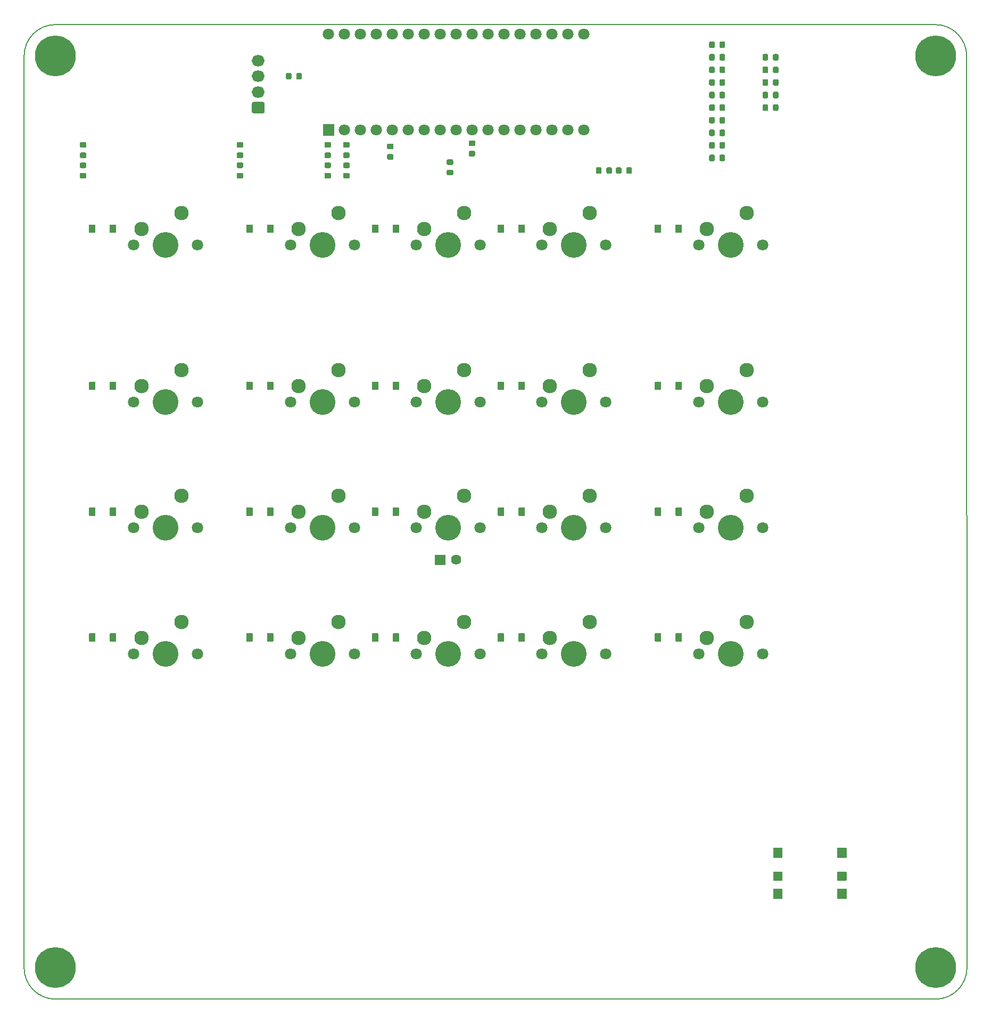
<source format=gbr>
%TF.GenerationSoftware,KiCad,Pcbnew,(5.1.9)-1*%
%TF.CreationDate,2021-06-11T11:51:17+02:00*%
%TF.ProjectId,08_Main_Gauche,30385f4d-6169-46e5-9f47-61756368652e,rev?*%
%TF.SameCoordinates,Original*%
%TF.FileFunction,Soldermask,Top*%
%TF.FilePolarity,Negative*%
%FSLAX46Y46*%
G04 Gerber Fmt 4.6, Leading zero omitted, Abs format (unit mm)*
G04 Created by KiCad (PCBNEW (5.1.9)-1) date 2021-06-11 11:51:17*
%MOMM*%
%LPD*%
G01*
G04 APERTURE LIST*
%TA.AperFunction,Profile*%
%ADD10C,0.150000*%
%TD*%
%ADD11C,2.300000*%
%ADD12C,4.100000*%
%ADD13C,1.800000*%
%ADD14C,0.900000*%
%ADD15C,6.500000*%
%ADD16C,1.624000*%
%ADD17O,2.050000X1.800000*%
G04 APERTURE END LIST*
D10*
X165000000Y-25000000D02*
G75*
G02*
X170000000Y-30000000I0J-5000000D01*
G01*
X170050000Y-174950000D02*
G75*
G02*
X165050000Y-179950000I-5000000J0D01*
G01*
X25050000Y-179950000D02*
G75*
G02*
X20050000Y-174950000I0J5000000D01*
G01*
X20050000Y-30000000D02*
G75*
G02*
X25050000Y-25000000I5000000J0D01*
G01*
X20050000Y-174950000D02*
X20050000Y-30000000D01*
X165050000Y-179950000D02*
X25050000Y-179950000D01*
X170000000Y-30000000D02*
X170050000Y-174950000D01*
X25050000Y-25000000D02*
X165000000Y-25000000D01*
%TO.C,R8*%
G36*
G01*
X87500000Y-48075000D02*
X88100000Y-48075000D01*
G75*
G02*
X88325000Y-48300000I0J-225000D01*
G01*
X88325000Y-48750000D01*
G75*
G02*
X88100000Y-48975000I-225000J0D01*
G01*
X87500000Y-48975000D01*
G75*
G02*
X87275000Y-48750000I0J225000D01*
G01*
X87275000Y-48300000D01*
G75*
G02*
X87500000Y-48075000I225000J0D01*
G01*
G37*
G36*
G01*
X87500000Y-46425000D02*
X88100000Y-46425000D01*
G75*
G02*
X88325000Y-46650000I0J-225000D01*
G01*
X88325000Y-47100000D01*
G75*
G02*
X88100000Y-47325000I-225000J0D01*
G01*
X87500000Y-47325000D01*
G75*
G02*
X87275000Y-47100000I0J225000D01*
G01*
X87275000Y-46650000D01*
G75*
G02*
X87500000Y-46425000I225000J0D01*
G01*
G37*
%TD*%
%TO.C,R27*%
G36*
G01*
X129025000Y-44500000D02*
X129025000Y-43900000D01*
G75*
G02*
X129250000Y-43675000I225000J0D01*
G01*
X129700000Y-43675000D01*
G75*
G02*
X129925000Y-43900000I0J-225000D01*
G01*
X129925000Y-44500000D01*
G75*
G02*
X129700000Y-44725000I-225000J0D01*
G01*
X129250000Y-44725000D01*
G75*
G02*
X129025000Y-44500000I0J225000D01*
G01*
G37*
G36*
G01*
X130675000Y-44500000D02*
X130675000Y-43900000D01*
G75*
G02*
X130900000Y-43675000I225000J0D01*
G01*
X131350000Y-43675000D01*
G75*
G02*
X131575000Y-43900000I0J-225000D01*
G01*
X131575000Y-44500000D01*
G75*
G02*
X131350000Y-44725000I-225000J0D01*
G01*
X130900000Y-44725000D01*
G75*
G02*
X130675000Y-44500000I0J225000D01*
G01*
G37*
%TD*%
D11*
%TO.C,SW4*%
X45050000Y-119950000D03*
X38700000Y-122490000D03*
D12*
X42510000Y-125030000D03*
D13*
X37430000Y-125030000D03*
X47590000Y-125030000D03*
%TD*%
D14*
%TO.C,H2*%
X166747056Y-173252944D03*
X165050000Y-172550000D03*
X163352944Y-173252944D03*
X162650000Y-174950000D03*
X163352944Y-176647056D03*
X165050000Y-177350000D03*
X166747056Y-176647056D03*
X167450000Y-174950000D03*
D15*
X165050000Y-174950000D03*
%TD*%
D14*
%TO.C,H1*%
X26697056Y-28302944D03*
X25000000Y-27600000D03*
X23302944Y-28302944D03*
X22600000Y-30000000D03*
X23302944Y-31697056D03*
X25000000Y-32400000D03*
X26697056Y-31697056D03*
X27400000Y-30000000D03*
D15*
X25000000Y-30000000D03*
%TD*%
D14*
%TO.C,H3*%
X166747056Y-28302944D03*
X165050000Y-27600000D03*
X163352944Y-28302944D03*
X162650000Y-30000000D03*
X163352944Y-31697056D03*
X165050000Y-32400000D03*
X166747056Y-31697056D03*
X167450000Y-30000000D03*
D15*
X165050000Y-30000000D03*
%TD*%
D14*
%TO.C,H4*%
X26747056Y-173252944D03*
X25050000Y-172550000D03*
X23352944Y-173252944D03*
X22650000Y-174950000D03*
X23352944Y-176647056D03*
X25050000Y-177350000D03*
X26747056Y-176647056D03*
X27450000Y-174950000D03*
D15*
X25050000Y-174950000D03*
%TD*%
D13*
%TO.C,SW2*%
X47590000Y-85030000D03*
X37430000Y-85030000D03*
D12*
X42510000Y-85030000D03*
D11*
X38700000Y-82490000D03*
X45050000Y-79950000D03*
%TD*%
D13*
%TO.C,SW3*%
X47590000Y-105030000D03*
X37430000Y-105030000D03*
D12*
X42510000Y-105030000D03*
D11*
X38700000Y-102490000D03*
X45050000Y-99950000D03*
%TD*%
%TO.C,D4*%
G36*
G01*
X33700000Y-123050000D02*
X33700000Y-121850000D01*
G75*
G02*
X33750000Y-121800000I50000J0D01*
G01*
X34650000Y-121800000D01*
G75*
G02*
X34700000Y-121850000I0J-50000D01*
G01*
X34700000Y-123050000D01*
G75*
G02*
X34650000Y-123100000I-50000J0D01*
G01*
X33750000Y-123100000D01*
G75*
G02*
X33700000Y-123050000I0J50000D01*
G01*
G37*
G36*
G01*
X30400000Y-123050000D02*
X30400000Y-121850000D01*
G75*
G02*
X30450000Y-121800000I50000J0D01*
G01*
X31350000Y-121800000D01*
G75*
G02*
X31400000Y-121850000I0J-50000D01*
G01*
X31400000Y-123050000D01*
G75*
G02*
X31350000Y-123100000I-50000J0D01*
G01*
X30450000Y-123100000D01*
G75*
G02*
X30400000Y-123050000I0J50000D01*
G01*
G37*
%TD*%
%TO.C,D20*%
G36*
G01*
X123700000Y-123050000D02*
X123700000Y-121850000D01*
G75*
G02*
X123750000Y-121800000I50000J0D01*
G01*
X124650000Y-121800000D01*
G75*
G02*
X124700000Y-121850000I0J-50000D01*
G01*
X124700000Y-123050000D01*
G75*
G02*
X124650000Y-123100000I-50000J0D01*
G01*
X123750000Y-123100000D01*
G75*
G02*
X123700000Y-123050000I0J50000D01*
G01*
G37*
G36*
G01*
X120400000Y-123050000D02*
X120400000Y-121850000D01*
G75*
G02*
X120450000Y-121800000I50000J0D01*
G01*
X121350000Y-121800000D01*
G75*
G02*
X121400000Y-121850000I0J-50000D01*
G01*
X121400000Y-123050000D01*
G75*
G02*
X121350000Y-123100000I-50000J0D01*
G01*
X120450000Y-123100000D01*
G75*
G02*
X120400000Y-123050000I0J50000D01*
G01*
G37*
%TD*%
%TO.C,D8*%
G36*
G01*
X58700000Y-123050000D02*
X58700000Y-121850000D01*
G75*
G02*
X58750000Y-121800000I50000J0D01*
G01*
X59650000Y-121800000D01*
G75*
G02*
X59700000Y-121850000I0J-50000D01*
G01*
X59700000Y-123050000D01*
G75*
G02*
X59650000Y-123100000I-50000J0D01*
G01*
X58750000Y-123100000D01*
G75*
G02*
X58700000Y-123050000I0J50000D01*
G01*
G37*
G36*
G01*
X55400000Y-123050000D02*
X55400000Y-121850000D01*
G75*
G02*
X55450000Y-121800000I50000J0D01*
G01*
X56350000Y-121800000D01*
G75*
G02*
X56400000Y-121850000I0J-50000D01*
G01*
X56400000Y-123050000D01*
G75*
G02*
X56350000Y-123100000I-50000J0D01*
G01*
X55450000Y-123100000D01*
G75*
G02*
X55400000Y-123050000I0J50000D01*
G01*
G37*
%TD*%
%TO.C,D12*%
G36*
G01*
X78700000Y-123050000D02*
X78700000Y-121850000D01*
G75*
G02*
X78750000Y-121800000I50000J0D01*
G01*
X79650000Y-121800000D01*
G75*
G02*
X79700000Y-121850000I0J-50000D01*
G01*
X79700000Y-123050000D01*
G75*
G02*
X79650000Y-123100000I-50000J0D01*
G01*
X78750000Y-123100000D01*
G75*
G02*
X78700000Y-123050000I0J50000D01*
G01*
G37*
G36*
G01*
X75400000Y-123050000D02*
X75400000Y-121850000D01*
G75*
G02*
X75450000Y-121800000I50000J0D01*
G01*
X76350000Y-121800000D01*
G75*
G02*
X76400000Y-121850000I0J-50000D01*
G01*
X76400000Y-123050000D01*
G75*
G02*
X76350000Y-123100000I-50000J0D01*
G01*
X75450000Y-123100000D01*
G75*
G02*
X75400000Y-123050000I0J50000D01*
G01*
G37*
%TD*%
%TO.C,D16*%
G36*
G01*
X98700000Y-123050000D02*
X98700000Y-121850000D01*
G75*
G02*
X98750000Y-121800000I50000J0D01*
G01*
X99650000Y-121800000D01*
G75*
G02*
X99700000Y-121850000I0J-50000D01*
G01*
X99700000Y-123050000D01*
G75*
G02*
X99650000Y-123100000I-50000J0D01*
G01*
X98750000Y-123100000D01*
G75*
G02*
X98700000Y-123050000I0J50000D01*
G01*
G37*
G36*
G01*
X95400000Y-123050000D02*
X95400000Y-121850000D01*
G75*
G02*
X95450000Y-121800000I50000J0D01*
G01*
X96350000Y-121800000D01*
G75*
G02*
X96400000Y-121850000I0J-50000D01*
G01*
X96400000Y-123050000D01*
G75*
G02*
X96350000Y-123100000I-50000J0D01*
G01*
X95450000Y-123100000D01*
G75*
G02*
X95400000Y-123050000I0J50000D01*
G01*
G37*
%TD*%
%TO.C,D2*%
G36*
G01*
X33700000Y-83050000D02*
X33700000Y-81850000D01*
G75*
G02*
X33750000Y-81800000I50000J0D01*
G01*
X34650000Y-81800000D01*
G75*
G02*
X34700000Y-81850000I0J-50000D01*
G01*
X34700000Y-83050000D01*
G75*
G02*
X34650000Y-83100000I-50000J0D01*
G01*
X33750000Y-83100000D01*
G75*
G02*
X33700000Y-83050000I0J50000D01*
G01*
G37*
G36*
G01*
X30400000Y-83050000D02*
X30400000Y-81850000D01*
G75*
G02*
X30450000Y-81800000I50000J0D01*
G01*
X31350000Y-81800000D01*
G75*
G02*
X31400000Y-81850000I0J-50000D01*
G01*
X31400000Y-83050000D01*
G75*
G02*
X31350000Y-83100000I-50000J0D01*
G01*
X30450000Y-83100000D01*
G75*
G02*
X30400000Y-83050000I0J50000D01*
G01*
G37*
%TD*%
%TO.C,D18*%
G36*
G01*
X123700000Y-83050000D02*
X123700000Y-81850000D01*
G75*
G02*
X123750000Y-81800000I50000J0D01*
G01*
X124650000Y-81800000D01*
G75*
G02*
X124700000Y-81850000I0J-50000D01*
G01*
X124700000Y-83050000D01*
G75*
G02*
X124650000Y-83100000I-50000J0D01*
G01*
X123750000Y-83100000D01*
G75*
G02*
X123700000Y-83050000I0J50000D01*
G01*
G37*
G36*
G01*
X120400000Y-83050000D02*
X120400000Y-81850000D01*
G75*
G02*
X120450000Y-81800000I50000J0D01*
G01*
X121350000Y-81800000D01*
G75*
G02*
X121400000Y-81850000I0J-50000D01*
G01*
X121400000Y-83050000D01*
G75*
G02*
X121350000Y-83100000I-50000J0D01*
G01*
X120450000Y-83100000D01*
G75*
G02*
X120400000Y-83050000I0J50000D01*
G01*
G37*
%TD*%
%TO.C,D6*%
G36*
G01*
X58700000Y-83050000D02*
X58700000Y-81850000D01*
G75*
G02*
X58750000Y-81800000I50000J0D01*
G01*
X59650000Y-81800000D01*
G75*
G02*
X59700000Y-81850000I0J-50000D01*
G01*
X59700000Y-83050000D01*
G75*
G02*
X59650000Y-83100000I-50000J0D01*
G01*
X58750000Y-83100000D01*
G75*
G02*
X58700000Y-83050000I0J50000D01*
G01*
G37*
G36*
G01*
X55400000Y-83050000D02*
X55400000Y-81850000D01*
G75*
G02*
X55450000Y-81800000I50000J0D01*
G01*
X56350000Y-81800000D01*
G75*
G02*
X56400000Y-81850000I0J-50000D01*
G01*
X56400000Y-83050000D01*
G75*
G02*
X56350000Y-83100000I-50000J0D01*
G01*
X55450000Y-83100000D01*
G75*
G02*
X55400000Y-83050000I0J50000D01*
G01*
G37*
%TD*%
%TO.C,D10*%
G36*
G01*
X78700000Y-83050000D02*
X78700000Y-81850000D01*
G75*
G02*
X78750000Y-81800000I50000J0D01*
G01*
X79650000Y-81800000D01*
G75*
G02*
X79700000Y-81850000I0J-50000D01*
G01*
X79700000Y-83050000D01*
G75*
G02*
X79650000Y-83100000I-50000J0D01*
G01*
X78750000Y-83100000D01*
G75*
G02*
X78700000Y-83050000I0J50000D01*
G01*
G37*
G36*
G01*
X75400000Y-83050000D02*
X75400000Y-81850000D01*
G75*
G02*
X75450000Y-81800000I50000J0D01*
G01*
X76350000Y-81800000D01*
G75*
G02*
X76400000Y-81850000I0J-50000D01*
G01*
X76400000Y-83050000D01*
G75*
G02*
X76350000Y-83100000I-50000J0D01*
G01*
X75450000Y-83100000D01*
G75*
G02*
X75400000Y-83050000I0J50000D01*
G01*
G37*
%TD*%
%TO.C,D14*%
G36*
G01*
X98700000Y-83050000D02*
X98700000Y-81850000D01*
G75*
G02*
X98750000Y-81800000I50000J0D01*
G01*
X99650000Y-81800000D01*
G75*
G02*
X99700000Y-81850000I0J-50000D01*
G01*
X99700000Y-83050000D01*
G75*
G02*
X99650000Y-83100000I-50000J0D01*
G01*
X98750000Y-83100000D01*
G75*
G02*
X98700000Y-83050000I0J50000D01*
G01*
G37*
G36*
G01*
X95400000Y-83050000D02*
X95400000Y-81850000D01*
G75*
G02*
X95450000Y-81800000I50000J0D01*
G01*
X96350000Y-81800000D01*
G75*
G02*
X96400000Y-81850000I0J-50000D01*
G01*
X96400000Y-83050000D01*
G75*
G02*
X96350000Y-83100000I-50000J0D01*
G01*
X95450000Y-83100000D01*
G75*
G02*
X95400000Y-83050000I0J50000D01*
G01*
G37*
%TD*%
%TO.C,D3*%
G36*
G01*
X33700000Y-103050000D02*
X33700000Y-101850000D01*
G75*
G02*
X33750000Y-101800000I50000J0D01*
G01*
X34650000Y-101800000D01*
G75*
G02*
X34700000Y-101850000I0J-50000D01*
G01*
X34700000Y-103050000D01*
G75*
G02*
X34650000Y-103100000I-50000J0D01*
G01*
X33750000Y-103100000D01*
G75*
G02*
X33700000Y-103050000I0J50000D01*
G01*
G37*
G36*
G01*
X30400000Y-103050000D02*
X30400000Y-101850000D01*
G75*
G02*
X30450000Y-101800000I50000J0D01*
G01*
X31350000Y-101800000D01*
G75*
G02*
X31400000Y-101850000I0J-50000D01*
G01*
X31400000Y-103050000D01*
G75*
G02*
X31350000Y-103100000I-50000J0D01*
G01*
X30450000Y-103100000D01*
G75*
G02*
X30400000Y-103050000I0J50000D01*
G01*
G37*
%TD*%
%TO.C,D19*%
G36*
G01*
X123700000Y-103050000D02*
X123700000Y-101850000D01*
G75*
G02*
X123750000Y-101800000I50000J0D01*
G01*
X124650000Y-101800000D01*
G75*
G02*
X124700000Y-101850000I0J-50000D01*
G01*
X124700000Y-103050000D01*
G75*
G02*
X124650000Y-103100000I-50000J0D01*
G01*
X123750000Y-103100000D01*
G75*
G02*
X123700000Y-103050000I0J50000D01*
G01*
G37*
G36*
G01*
X120400000Y-103050000D02*
X120400000Y-101850000D01*
G75*
G02*
X120450000Y-101800000I50000J0D01*
G01*
X121350000Y-101800000D01*
G75*
G02*
X121400000Y-101850000I0J-50000D01*
G01*
X121400000Y-103050000D01*
G75*
G02*
X121350000Y-103100000I-50000J0D01*
G01*
X120450000Y-103100000D01*
G75*
G02*
X120400000Y-103050000I0J50000D01*
G01*
G37*
%TD*%
%TO.C,D7*%
G36*
G01*
X58700000Y-103050000D02*
X58700000Y-101850000D01*
G75*
G02*
X58750000Y-101800000I50000J0D01*
G01*
X59650000Y-101800000D01*
G75*
G02*
X59700000Y-101850000I0J-50000D01*
G01*
X59700000Y-103050000D01*
G75*
G02*
X59650000Y-103100000I-50000J0D01*
G01*
X58750000Y-103100000D01*
G75*
G02*
X58700000Y-103050000I0J50000D01*
G01*
G37*
G36*
G01*
X55400000Y-103050000D02*
X55400000Y-101850000D01*
G75*
G02*
X55450000Y-101800000I50000J0D01*
G01*
X56350000Y-101800000D01*
G75*
G02*
X56400000Y-101850000I0J-50000D01*
G01*
X56400000Y-103050000D01*
G75*
G02*
X56350000Y-103100000I-50000J0D01*
G01*
X55450000Y-103100000D01*
G75*
G02*
X55400000Y-103050000I0J50000D01*
G01*
G37*
%TD*%
%TO.C,D11*%
G36*
G01*
X78700000Y-103050000D02*
X78700000Y-101850000D01*
G75*
G02*
X78750000Y-101800000I50000J0D01*
G01*
X79650000Y-101800000D01*
G75*
G02*
X79700000Y-101850000I0J-50000D01*
G01*
X79700000Y-103050000D01*
G75*
G02*
X79650000Y-103100000I-50000J0D01*
G01*
X78750000Y-103100000D01*
G75*
G02*
X78700000Y-103050000I0J50000D01*
G01*
G37*
G36*
G01*
X75400000Y-103050000D02*
X75400000Y-101850000D01*
G75*
G02*
X75450000Y-101800000I50000J0D01*
G01*
X76350000Y-101800000D01*
G75*
G02*
X76400000Y-101850000I0J-50000D01*
G01*
X76400000Y-103050000D01*
G75*
G02*
X76350000Y-103100000I-50000J0D01*
G01*
X75450000Y-103100000D01*
G75*
G02*
X75400000Y-103050000I0J50000D01*
G01*
G37*
%TD*%
%TO.C,D15*%
G36*
G01*
X98700000Y-103050000D02*
X98700000Y-101850000D01*
G75*
G02*
X98750000Y-101800000I50000J0D01*
G01*
X99650000Y-101800000D01*
G75*
G02*
X99700000Y-101850000I0J-50000D01*
G01*
X99700000Y-103050000D01*
G75*
G02*
X99650000Y-103100000I-50000J0D01*
G01*
X98750000Y-103100000D01*
G75*
G02*
X98700000Y-103050000I0J50000D01*
G01*
G37*
G36*
G01*
X95400000Y-103050000D02*
X95400000Y-101850000D01*
G75*
G02*
X95450000Y-101800000I50000J0D01*
G01*
X96350000Y-101800000D01*
G75*
G02*
X96400000Y-101850000I0J-50000D01*
G01*
X96400000Y-103050000D01*
G75*
G02*
X96350000Y-103100000I-50000J0D01*
G01*
X95450000Y-103100000D01*
G75*
G02*
X95400000Y-103050000I0J50000D01*
G01*
G37*
%TD*%
D13*
%TO.C,SW21*%
X137590000Y-125030000D03*
X127430000Y-125030000D03*
D12*
X132510000Y-125030000D03*
D11*
X128700000Y-122490000D03*
X135050000Y-119950000D03*
%TD*%
D13*
%TO.C,SW8*%
X72590000Y-125030000D03*
X62430000Y-125030000D03*
D12*
X67510000Y-125030000D03*
D11*
X63700000Y-122490000D03*
X70050000Y-119950000D03*
%TD*%
D13*
%TO.C,SW12*%
X92590000Y-125030000D03*
X82430000Y-125030000D03*
D12*
X87510000Y-125030000D03*
D11*
X83700000Y-122490000D03*
X90050000Y-119950000D03*
%TD*%
D13*
%TO.C,SW17*%
X112590000Y-125030000D03*
X102430000Y-125030000D03*
D12*
X107510000Y-125030000D03*
D11*
X103700000Y-122490000D03*
X110050000Y-119950000D03*
%TD*%
D13*
%TO.C,SW19*%
X137590000Y-85030000D03*
X127430000Y-85030000D03*
D12*
X132510000Y-85030000D03*
D11*
X128700000Y-82490000D03*
X135050000Y-79950000D03*
%TD*%
D13*
%TO.C,SW6*%
X72590000Y-85030000D03*
X62430000Y-85030000D03*
D12*
X67510000Y-85030000D03*
D11*
X63700000Y-82490000D03*
X70050000Y-79950000D03*
%TD*%
D13*
%TO.C,SW10*%
X92590000Y-85030000D03*
X82430000Y-85030000D03*
D12*
X87510000Y-85030000D03*
D11*
X83700000Y-82490000D03*
X90050000Y-79950000D03*
%TD*%
D13*
%TO.C,SW15*%
X112590000Y-85030000D03*
X102430000Y-85030000D03*
D12*
X107510000Y-85030000D03*
D11*
X103700000Y-82490000D03*
X110050000Y-79950000D03*
%TD*%
D13*
%TO.C,SW20*%
X137590000Y-105030000D03*
X127430000Y-105030000D03*
D12*
X132510000Y-105030000D03*
D11*
X128700000Y-102490000D03*
X135050000Y-99950000D03*
%TD*%
D13*
%TO.C,SW7*%
X72590000Y-105030000D03*
X62430000Y-105030000D03*
D12*
X67510000Y-105030000D03*
D11*
X63700000Y-102490000D03*
X70050000Y-99950000D03*
%TD*%
D13*
%TO.C,SW16*%
X112590000Y-105030000D03*
X102430000Y-105030000D03*
D12*
X107510000Y-105030000D03*
D11*
X103700000Y-102490000D03*
X110050000Y-99950000D03*
%TD*%
%TO.C,SW13*%
G36*
G01*
X149400000Y-161050000D02*
X149400000Y-159750000D01*
G75*
G02*
X149450000Y-159700000I50000J0D01*
G01*
X150850000Y-159700000D01*
G75*
G02*
X150900000Y-159750000I0J-50000D01*
G01*
X150900000Y-161050000D01*
G75*
G02*
X150850000Y-161100000I-50000J0D01*
G01*
X149450000Y-161100000D01*
G75*
G02*
X149400000Y-161050000I0J50000D01*
G01*
G37*
G36*
G01*
X139200000Y-161050000D02*
X139200000Y-159750000D01*
G75*
G02*
X139250000Y-159700000I50000J0D01*
G01*
X140650000Y-159700000D01*
G75*
G02*
X140700000Y-159750000I0J-50000D01*
G01*
X140700000Y-161050000D01*
G75*
G02*
X140650000Y-161100000I-50000J0D01*
G01*
X139250000Y-161100000D01*
G75*
G02*
X139200000Y-161050000I0J50000D01*
G01*
G37*
G36*
G01*
X149400000Y-157450000D02*
X149400000Y-155950000D01*
G75*
G02*
X149450000Y-155900000I50000J0D01*
G01*
X150850000Y-155900000D01*
G75*
G02*
X150900000Y-155950000I0J-50000D01*
G01*
X150900000Y-157450000D01*
G75*
G02*
X150850000Y-157500000I-50000J0D01*
G01*
X149450000Y-157500000D01*
G75*
G02*
X149400000Y-157450000I0J50000D01*
G01*
G37*
G36*
G01*
X149400000Y-163950000D02*
X149400000Y-162450000D01*
G75*
G02*
X149450000Y-162400000I50000J0D01*
G01*
X150850000Y-162400000D01*
G75*
G02*
X150900000Y-162450000I0J-50000D01*
G01*
X150900000Y-163950000D01*
G75*
G02*
X150850000Y-164000000I-50000J0D01*
G01*
X149450000Y-164000000D01*
G75*
G02*
X149400000Y-163950000I0J50000D01*
G01*
G37*
G36*
G01*
X139200000Y-163950000D02*
X139200000Y-162450000D01*
G75*
G02*
X139250000Y-162400000I50000J0D01*
G01*
X140650000Y-162400000D01*
G75*
G02*
X140700000Y-162450000I0J-50000D01*
G01*
X140700000Y-163950000D01*
G75*
G02*
X140650000Y-164000000I-50000J0D01*
G01*
X139250000Y-164000000D01*
G75*
G02*
X139200000Y-163950000I0J50000D01*
G01*
G37*
G36*
G01*
X139200000Y-157450000D02*
X139200000Y-155950000D01*
G75*
G02*
X139250000Y-155900000I50000J0D01*
G01*
X140650000Y-155900000D01*
G75*
G02*
X140700000Y-155950000I0J-50000D01*
G01*
X140700000Y-157450000D01*
G75*
G02*
X140650000Y-157500000I-50000J0D01*
G01*
X139250000Y-157500000D01*
G75*
G02*
X139200000Y-157450000I0J50000D01*
G01*
G37*
%TD*%
%TO.C,D1*%
G36*
G01*
X30400000Y-58050000D02*
X30400000Y-56850000D01*
G75*
G02*
X30450000Y-56800000I50000J0D01*
G01*
X31350000Y-56800000D01*
G75*
G02*
X31400000Y-56850000I0J-50000D01*
G01*
X31400000Y-58050000D01*
G75*
G02*
X31350000Y-58100000I-50000J0D01*
G01*
X30450000Y-58100000D01*
G75*
G02*
X30400000Y-58050000I0J50000D01*
G01*
G37*
G36*
G01*
X33700000Y-58050000D02*
X33700000Y-56850000D01*
G75*
G02*
X33750000Y-56800000I50000J0D01*
G01*
X34650000Y-56800000D01*
G75*
G02*
X34700000Y-56850000I0J-50000D01*
G01*
X34700000Y-58050000D01*
G75*
G02*
X34650000Y-58100000I-50000J0D01*
G01*
X33750000Y-58100000D01*
G75*
G02*
X33700000Y-58050000I0J50000D01*
G01*
G37*
%TD*%
%TO.C,D5*%
G36*
G01*
X58700000Y-58050000D02*
X58700000Y-56850000D01*
G75*
G02*
X58750000Y-56800000I50000J0D01*
G01*
X59650000Y-56800000D01*
G75*
G02*
X59700000Y-56850000I0J-50000D01*
G01*
X59700000Y-58050000D01*
G75*
G02*
X59650000Y-58100000I-50000J0D01*
G01*
X58750000Y-58100000D01*
G75*
G02*
X58700000Y-58050000I0J50000D01*
G01*
G37*
G36*
G01*
X55400000Y-58050000D02*
X55400000Y-56850000D01*
G75*
G02*
X55450000Y-56800000I50000J0D01*
G01*
X56350000Y-56800000D01*
G75*
G02*
X56400000Y-56850000I0J-50000D01*
G01*
X56400000Y-58050000D01*
G75*
G02*
X56350000Y-58100000I-50000J0D01*
G01*
X55450000Y-58100000D01*
G75*
G02*
X55400000Y-58050000I0J50000D01*
G01*
G37*
%TD*%
%TO.C,D9*%
G36*
G01*
X75400000Y-58050000D02*
X75400000Y-56850000D01*
G75*
G02*
X75450000Y-56800000I50000J0D01*
G01*
X76350000Y-56800000D01*
G75*
G02*
X76400000Y-56850000I0J-50000D01*
G01*
X76400000Y-58050000D01*
G75*
G02*
X76350000Y-58100000I-50000J0D01*
G01*
X75450000Y-58100000D01*
G75*
G02*
X75400000Y-58050000I0J50000D01*
G01*
G37*
G36*
G01*
X78700000Y-58050000D02*
X78700000Y-56850000D01*
G75*
G02*
X78750000Y-56800000I50000J0D01*
G01*
X79650000Y-56800000D01*
G75*
G02*
X79700000Y-56850000I0J-50000D01*
G01*
X79700000Y-58050000D01*
G75*
G02*
X79650000Y-58100000I-50000J0D01*
G01*
X78750000Y-58100000D01*
G75*
G02*
X78700000Y-58050000I0J50000D01*
G01*
G37*
%TD*%
%TO.C,D13*%
G36*
G01*
X98700000Y-58050000D02*
X98700000Y-56850000D01*
G75*
G02*
X98750000Y-56800000I50000J0D01*
G01*
X99650000Y-56800000D01*
G75*
G02*
X99700000Y-56850000I0J-50000D01*
G01*
X99700000Y-58050000D01*
G75*
G02*
X99650000Y-58100000I-50000J0D01*
G01*
X98750000Y-58100000D01*
G75*
G02*
X98700000Y-58050000I0J50000D01*
G01*
G37*
G36*
G01*
X95400000Y-58050000D02*
X95400000Y-56850000D01*
G75*
G02*
X95450000Y-56800000I50000J0D01*
G01*
X96350000Y-56800000D01*
G75*
G02*
X96400000Y-56850000I0J-50000D01*
G01*
X96400000Y-58050000D01*
G75*
G02*
X96350000Y-58100000I-50000J0D01*
G01*
X95450000Y-58100000D01*
G75*
G02*
X95400000Y-58050000I0J50000D01*
G01*
G37*
%TD*%
%TO.C,D17*%
G36*
G01*
X120400000Y-58050000D02*
X120400000Y-56850000D01*
G75*
G02*
X120450000Y-56800000I50000J0D01*
G01*
X121350000Y-56800000D01*
G75*
G02*
X121400000Y-56850000I0J-50000D01*
G01*
X121400000Y-58050000D01*
G75*
G02*
X121350000Y-58100000I-50000J0D01*
G01*
X120450000Y-58100000D01*
G75*
G02*
X120400000Y-58050000I0J50000D01*
G01*
G37*
G36*
G01*
X123700000Y-58050000D02*
X123700000Y-56850000D01*
G75*
G02*
X123750000Y-56800000I50000J0D01*
G01*
X124650000Y-56800000D01*
G75*
G02*
X124700000Y-56850000I0J-50000D01*
G01*
X124700000Y-58050000D01*
G75*
G02*
X124650000Y-58100000I-50000J0D01*
G01*
X123750000Y-58100000D01*
G75*
G02*
X123700000Y-58050000I0J50000D01*
G01*
G37*
%TD*%
%TO.C,R9*%
G36*
G01*
X131575000Y-27900000D02*
X131575000Y-28500000D01*
G75*
G02*
X131350000Y-28725000I-225000J0D01*
G01*
X130900000Y-28725000D01*
G75*
G02*
X130675000Y-28500000I0J225000D01*
G01*
X130675000Y-27900000D01*
G75*
G02*
X130900000Y-27675000I225000J0D01*
G01*
X131350000Y-27675000D01*
G75*
G02*
X131575000Y-27900000I0J-225000D01*
G01*
G37*
G36*
G01*
X129925000Y-27900000D02*
X129925000Y-28500000D01*
G75*
G02*
X129700000Y-28725000I-225000J0D01*
G01*
X129250000Y-28725000D01*
G75*
G02*
X129025000Y-28500000I0J225000D01*
G01*
X129025000Y-27900000D01*
G75*
G02*
X129250000Y-27675000I225000J0D01*
G01*
X129700000Y-27675000D01*
G75*
G02*
X129925000Y-27900000I0J-225000D01*
G01*
G37*
%TD*%
%TO.C,SW1*%
X45050000Y-54950000D03*
X38700000Y-57490000D03*
D12*
X42510000Y-60030000D03*
D13*
X37430000Y-60030000D03*
X47590000Y-60030000D03*
%TD*%
%TO.C,SW5*%
X72590000Y-60030000D03*
X62430000Y-60030000D03*
D12*
X67510000Y-60030000D03*
D11*
X63700000Y-57490000D03*
X70050000Y-54950000D03*
%TD*%
%TO.C,SW9*%
X90050000Y-54950000D03*
X83700000Y-57490000D03*
D12*
X87510000Y-60030000D03*
D13*
X82430000Y-60030000D03*
X92590000Y-60030000D03*
%TD*%
D11*
%TO.C,SW11*%
X90050000Y-99950000D03*
X83700000Y-102490000D03*
D12*
X87510000Y-105030000D03*
D13*
X82430000Y-105030000D03*
X92590000Y-105030000D03*
G36*
G01*
X85428000Y-110872000D02*
X85428000Y-109348000D01*
G75*
G02*
X85478000Y-109298000I50000J0D01*
G01*
X87002000Y-109298000D01*
G75*
G02*
X87052000Y-109348000I0J-50000D01*
G01*
X87052000Y-110872000D01*
G75*
G02*
X87002000Y-110922000I-50000J0D01*
G01*
X85478000Y-110922000D01*
G75*
G02*
X85428000Y-110872000I0J50000D01*
G01*
G37*
D16*
X88780000Y-110110000D03*
%TD*%
D13*
%TO.C,SW14*%
X112590000Y-60030000D03*
X102430000Y-60030000D03*
D12*
X107510000Y-60030000D03*
D11*
X103700000Y-57490000D03*
X110050000Y-54950000D03*
%TD*%
%TO.C,SW18*%
X135050000Y-54950000D03*
X128700000Y-57490000D03*
D12*
X132510000Y-60030000D03*
D13*
X127430000Y-60030000D03*
X137590000Y-60030000D03*
%TD*%
%TO.C,R10*%
G36*
G01*
X29125000Y-46925000D02*
X29725000Y-46925000D01*
G75*
G02*
X29950000Y-47150000I0J-225000D01*
G01*
X29950000Y-47600000D01*
G75*
G02*
X29725000Y-47825000I-225000J0D01*
G01*
X29125000Y-47825000D01*
G75*
G02*
X28900000Y-47600000I0J225000D01*
G01*
X28900000Y-47150000D01*
G75*
G02*
X29125000Y-46925000I225000J0D01*
G01*
G37*
G36*
G01*
X29125000Y-48575000D02*
X29725000Y-48575000D01*
G75*
G02*
X29950000Y-48800000I0J-225000D01*
G01*
X29950000Y-49250000D01*
G75*
G02*
X29725000Y-49475000I-225000J0D01*
G01*
X29125000Y-49475000D01*
G75*
G02*
X28900000Y-49250000I0J225000D01*
G01*
X28900000Y-48800000D01*
G75*
G02*
X29125000Y-48575000I225000J0D01*
G01*
G37*
%TD*%
%TO.C,R11*%
G36*
G01*
X54093750Y-48575000D02*
X54693750Y-48575000D01*
G75*
G02*
X54918750Y-48800000I0J-225000D01*
G01*
X54918750Y-49250000D01*
G75*
G02*
X54693750Y-49475000I-225000J0D01*
G01*
X54093750Y-49475000D01*
G75*
G02*
X53868750Y-49250000I0J225000D01*
G01*
X53868750Y-48800000D01*
G75*
G02*
X54093750Y-48575000I225000J0D01*
G01*
G37*
G36*
G01*
X54093750Y-46925000D02*
X54693750Y-46925000D01*
G75*
G02*
X54918750Y-47150000I0J-225000D01*
G01*
X54918750Y-47600000D01*
G75*
G02*
X54693750Y-47825000I-225000J0D01*
G01*
X54093750Y-47825000D01*
G75*
G02*
X53868750Y-47600000I0J225000D01*
G01*
X53868750Y-47150000D01*
G75*
G02*
X54093750Y-46925000I225000J0D01*
G01*
G37*
%TD*%
%TO.C,R12*%
G36*
G01*
X68062500Y-46925000D02*
X68662500Y-46925000D01*
G75*
G02*
X68887500Y-47150000I0J-225000D01*
G01*
X68887500Y-47600000D01*
G75*
G02*
X68662500Y-47825000I-225000J0D01*
G01*
X68062500Y-47825000D01*
G75*
G02*
X67837500Y-47600000I0J225000D01*
G01*
X67837500Y-47150000D01*
G75*
G02*
X68062500Y-46925000I225000J0D01*
G01*
G37*
G36*
G01*
X68062500Y-48575000D02*
X68662500Y-48575000D01*
G75*
G02*
X68887500Y-48800000I0J-225000D01*
G01*
X68887500Y-49250000D01*
G75*
G02*
X68662500Y-49475000I-225000J0D01*
G01*
X68062500Y-49475000D01*
G75*
G02*
X67837500Y-49250000I0J225000D01*
G01*
X67837500Y-48800000D01*
G75*
G02*
X68062500Y-48575000I225000J0D01*
G01*
G37*
%TD*%
%TO.C,R13*%
G36*
G01*
X71031250Y-48575000D02*
X71631250Y-48575000D01*
G75*
G02*
X71856250Y-48800000I0J-225000D01*
G01*
X71856250Y-49250000D01*
G75*
G02*
X71631250Y-49475000I-225000J0D01*
G01*
X71031250Y-49475000D01*
G75*
G02*
X70806250Y-49250000I0J225000D01*
G01*
X70806250Y-48800000D01*
G75*
G02*
X71031250Y-48575000I225000J0D01*
G01*
G37*
G36*
G01*
X71031250Y-46925000D02*
X71631250Y-46925000D01*
G75*
G02*
X71856250Y-47150000I0J-225000D01*
G01*
X71856250Y-47600000D01*
G75*
G02*
X71631250Y-47825000I-225000J0D01*
G01*
X71031250Y-47825000D01*
G75*
G02*
X70806250Y-47600000I0J225000D01*
G01*
X70806250Y-47150000D01*
G75*
G02*
X71031250Y-46925000I225000J0D01*
G01*
G37*
%TD*%
%TO.C,R14*%
G36*
G01*
X114200000Y-48500000D02*
X114200000Y-47900000D01*
G75*
G02*
X114425000Y-47675000I225000J0D01*
G01*
X114875000Y-47675000D01*
G75*
G02*
X115100000Y-47900000I0J-225000D01*
G01*
X115100000Y-48500000D01*
G75*
G02*
X114875000Y-48725000I-225000J0D01*
G01*
X114425000Y-48725000D01*
G75*
G02*
X114200000Y-48500000I0J225000D01*
G01*
G37*
G36*
G01*
X115850000Y-48500000D02*
X115850000Y-47900000D01*
G75*
G02*
X116075000Y-47675000I225000J0D01*
G01*
X116525000Y-47675000D01*
G75*
G02*
X116750000Y-47900000I0J-225000D01*
G01*
X116750000Y-48500000D01*
G75*
G02*
X116525000Y-48725000I-225000J0D01*
G01*
X116075000Y-48725000D01*
G75*
G02*
X115850000Y-48500000I0J225000D01*
G01*
G37*
%TD*%
%TO.C,R15*%
G36*
G01*
X139175000Y-36500000D02*
X139175000Y-35900000D01*
G75*
G02*
X139400000Y-35675000I225000J0D01*
G01*
X139850000Y-35675000D01*
G75*
G02*
X140075000Y-35900000I0J-225000D01*
G01*
X140075000Y-36500000D01*
G75*
G02*
X139850000Y-36725000I-225000J0D01*
G01*
X139400000Y-36725000D01*
G75*
G02*
X139175000Y-36500000I0J225000D01*
G01*
G37*
G36*
G01*
X137525000Y-36500000D02*
X137525000Y-35900000D01*
G75*
G02*
X137750000Y-35675000I225000J0D01*
G01*
X138200000Y-35675000D01*
G75*
G02*
X138425000Y-35900000I0J-225000D01*
G01*
X138425000Y-36500000D01*
G75*
G02*
X138200000Y-36725000I-225000J0D01*
G01*
X137750000Y-36725000D01*
G75*
G02*
X137525000Y-36500000I0J225000D01*
G01*
G37*
%TD*%
%TO.C,R16*%
G36*
G01*
X137525000Y-34500000D02*
X137525000Y-33900000D01*
G75*
G02*
X137750000Y-33675000I225000J0D01*
G01*
X138200000Y-33675000D01*
G75*
G02*
X138425000Y-33900000I0J-225000D01*
G01*
X138425000Y-34500000D01*
G75*
G02*
X138200000Y-34725000I-225000J0D01*
G01*
X137750000Y-34725000D01*
G75*
G02*
X137525000Y-34500000I0J225000D01*
G01*
G37*
G36*
G01*
X139175000Y-34500000D02*
X139175000Y-33900000D01*
G75*
G02*
X139400000Y-33675000I225000J0D01*
G01*
X139850000Y-33675000D01*
G75*
G02*
X140075000Y-33900000I0J-225000D01*
G01*
X140075000Y-34500000D01*
G75*
G02*
X139850000Y-34725000I-225000J0D01*
G01*
X139400000Y-34725000D01*
G75*
G02*
X139175000Y-34500000I0J225000D01*
G01*
G37*
%TD*%
%TO.C,R17*%
G36*
G01*
X139175000Y-32500000D02*
X139175000Y-31900000D01*
G75*
G02*
X139400000Y-31675000I225000J0D01*
G01*
X139850000Y-31675000D01*
G75*
G02*
X140075000Y-31900000I0J-225000D01*
G01*
X140075000Y-32500000D01*
G75*
G02*
X139850000Y-32725000I-225000J0D01*
G01*
X139400000Y-32725000D01*
G75*
G02*
X139175000Y-32500000I0J225000D01*
G01*
G37*
G36*
G01*
X137525000Y-32500000D02*
X137525000Y-31900000D01*
G75*
G02*
X137750000Y-31675000I225000J0D01*
G01*
X138200000Y-31675000D01*
G75*
G02*
X138425000Y-31900000I0J-225000D01*
G01*
X138425000Y-32500000D01*
G75*
G02*
X138200000Y-32725000I-225000J0D01*
G01*
X137750000Y-32725000D01*
G75*
G02*
X137525000Y-32500000I0J225000D01*
G01*
G37*
%TD*%
%TO.C,R18*%
G36*
G01*
X137525000Y-38500000D02*
X137525000Y-37900000D01*
G75*
G02*
X137750000Y-37675000I225000J0D01*
G01*
X138200000Y-37675000D01*
G75*
G02*
X138425000Y-37900000I0J-225000D01*
G01*
X138425000Y-38500000D01*
G75*
G02*
X138200000Y-38725000I-225000J0D01*
G01*
X137750000Y-38725000D01*
G75*
G02*
X137525000Y-38500000I0J225000D01*
G01*
G37*
G36*
G01*
X139175000Y-38500000D02*
X139175000Y-37900000D01*
G75*
G02*
X139400000Y-37675000I225000J0D01*
G01*
X139850000Y-37675000D01*
G75*
G02*
X140075000Y-37900000I0J-225000D01*
G01*
X140075000Y-38500000D01*
G75*
G02*
X139850000Y-38725000I-225000J0D01*
G01*
X139400000Y-38725000D01*
G75*
G02*
X139175000Y-38500000I0J225000D01*
G01*
G37*
%TD*%
%TO.C,R19*%
G36*
G01*
X139175000Y-30500000D02*
X139175000Y-29900000D01*
G75*
G02*
X139400000Y-29675000I225000J0D01*
G01*
X139850000Y-29675000D01*
G75*
G02*
X140075000Y-29900000I0J-225000D01*
G01*
X140075000Y-30500000D01*
G75*
G02*
X139850000Y-30725000I-225000J0D01*
G01*
X139400000Y-30725000D01*
G75*
G02*
X139175000Y-30500000I0J225000D01*
G01*
G37*
G36*
G01*
X137525000Y-30500000D02*
X137525000Y-29900000D01*
G75*
G02*
X137750000Y-29675000I225000J0D01*
G01*
X138200000Y-29675000D01*
G75*
G02*
X138425000Y-29900000I0J-225000D01*
G01*
X138425000Y-30500000D01*
G75*
G02*
X138200000Y-30725000I-225000J0D01*
G01*
X137750000Y-30725000D01*
G75*
G02*
X137525000Y-30500000I0J225000D01*
G01*
G37*
%TD*%
%TO.C,R1*%
G36*
G01*
X111925000Y-47900000D02*
X111925000Y-48500000D01*
G75*
G02*
X111700000Y-48725000I-225000J0D01*
G01*
X111250000Y-48725000D01*
G75*
G02*
X111025000Y-48500000I0J225000D01*
G01*
X111025000Y-47900000D01*
G75*
G02*
X111250000Y-47675000I225000J0D01*
G01*
X111700000Y-47675000D01*
G75*
G02*
X111925000Y-47900000I0J-225000D01*
G01*
G37*
G36*
G01*
X113575000Y-47900000D02*
X113575000Y-48500000D01*
G75*
G02*
X113350000Y-48725000I-225000J0D01*
G01*
X112900000Y-48725000D01*
G75*
G02*
X112675000Y-48500000I0J225000D01*
G01*
X112675000Y-47900000D01*
G75*
G02*
X112900000Y-47675000I225000J0D01*
G01*
X113350000Y-47675000D01*
G75*
G02*
X113575000Y-47900000I0J-225000D01*
G01*
G37*
%TD*%
%TO.C,R2*%
G36*
G01*
X71620000Y-46225000D02*
X71020000Y-46225000D01*
G75*
G02*
X70795000Y-46000000I0J225000D01*
G01*
X70795000Y-45550000D01*
G75*
G02*
X71020000Y-45325000I225000J0D01*
G01*
X71620000Y-45325000D01*
G75*
G02*
X71845000Y-45550000I0J-225000D01*
G01*
X71845000Y-46000000D01*
G75*
G02*
X71620000Y-46225000I-225000J0D01*
G01*
G37*
G36*
G01*
X71620000Y-44575000D02*
X71020000Y-44575000D01*
G75*
G02*
X70795000Y-44350000I0J225000D01*
G01*
X70795000Y-43900000D01*
G75*
G02*
X71020000Y-43675000I225000J0D01*
G01*
X71620000Y-43675000D01*
G75*
G02*
X71845000Y-43900000I0J-225000D01*
G01*
X71845000Y-44350000D01*
G75*
G02*
X71620000Y-44575000I-225000J0D01*
G01*
G37*
%TD*%
%TO.C,R3*%
G36*
G01*
X68660000Y-44575000D02*
X68060000Y-44575000D01*
G75*
G02*
X67835000Y-44350000I0J225000D01*
G01*
X67835000Y-43900000D01*
G75*
G02*
X68060000Y-43675000I225000J0D01*
G01*
X68660000Y-43675000D01*
G75*
G02*
X68885000Y-43900000I0J-225000D01*
G01*
X68885000Y-44350000D01*
G75*
G02*
X68660000Y-44575000I-225000J0D01*
G01*
G37*
G36*
G01*
X68660000Y-46225000D02*
X68060000Y-46225000D01*
G75*
G02*
X67835000Y-46000000I0J225000D01*
G01*
X67835000Y-45550000D01*
G75*
G02*
X68060000Y-45325000I225000J0D01*
G01*
X68660000Y-45325000D01*
G75*
G02*
X68885000Y-45550000I0J-225000D01*
G01*
X68885000Y-46000000D01*
G75*
G02*
X68660000Y-46225000I-225000J0D01*
G01*
G37*
%TD*%
%TO.C,R4*%
G36*
G01*
X54700000Y-46225000D02*
X54100000Y-46225000D01*
G75*
G02*
X53875000Y-46000000I0J225000D01*
G01*
X53875000Y-45550000D01*
G75*
G02*
X54100000Y-45325000I225000J0D01*
G01*
X54700000Y-45325000D01*
G75*
G02*
X54925000Y-45550000I0J-225000D01*
G01*
X54925000Y-46000000D01*
G75*
G02*
X54700000Y-46225000I-225000J0D01*
G01*
G37*
G36*
G01*
X54700000Y-44575000D02*
X54100000Y-44575000D01*
G75*
G02*
X53875000Y-44350000I0J225000D01*
G01*
X53875000Y-43900000D01*
G75*
G02*
X54100000Y-43675000I225000J0D01*
G01*
X54700000Y-43675000D01*
G75*
G02*
X54925000Y-43900000I0J-225000D01*
G01*
X54925000Y-44350000D01*
G75*
G02*
X54700000Y-44575000I-225000J0D01*
G01*
G37*
%TD*%
%TO.C,R5*%
G36*
G01*
X29740000Y-44575000D02*
X29140000Y-44575000D01*
G75*
G02*
X28915000Y-44350000I0J225000D01*
G01*
X28915000Y-43900000D01*
G75*
G02*
X29140000Y-43675000I225000J0D01*
G01*
X29740000Y-43675000D01*
G75*
G02*
X29965000Y-43900000I0J-225000D01*
G01*
X29965000Y-44350000D01*
G75*
G02*
X29740000Y-44575000I-225000J0D01*
G01*
G37*
G36*
G01*
X29740000Y-46225000D02*
X29140000Y-46225000D01*
G75*
G02*
X28915000Y-46000000I0J225000D01*
G01*
X28915000Y-45550000D01*
G75*
G02*
X29140000Y-45325000I225000J0D01*
G01*
X29740000Y-45325000D01*
G75*
G02*
X29965000Y-45550000I0J-225000D01*
G01*
X29965000Y-46000000D01*
G75*
G02*
X29740000Y-46225000I-225000J0D01*
G01*
G37*
%TD*%
%TO.C,R6*%
G36*
G01*
X131575000Y-37900000D02*
X131575000Y-38500000D01*
G75*
G02*
X131350000Y-38725000I-225000J0D01*
G01*
X130900000Y-38725000D01*
G75*
G02*
X130675000Y-38500000I0J225000D01*
G01*
X130675000Y-37900000D01*
G75*
G02*
X130900000Y-37675000I225000J0D01*
G01*
X131350000Y-37675000D01*
G75*
G02*
X131575000Y-37900000I0J-225000D01*
G01*
G37*
G36*
G01*
X129925000Y-37900000D02*
X129925000Y-38500000D01*
G75*
G02*
X129700000Y-38725000I-225000J0D01*
G01*
X129250000Y-38725000D01*
G75*
G02*
X129025000Y-38500000I0J225000D01*
G01*
X129025000Y-37900000D01*
G75*
G02*
X129250000Y-37675000I225000J0D01*
G01*
X129700000Y-37675000D01*
G75*
G02*
X129925000Y-37900000I0J-225000D01*
G01*
G37*
%TD*%
%TO.C,R7*%
G36*
G01*
X129925000Y-35900000D02*
X129925000Y-36500000D01*
G75*
G02*
X129700000Y-36725000I-225000J0D01*
G01*
X129250000Y-36725000D01*
G75*
G02*
X129025000Y-36500000I0J225000D01*
G01*
X129025000Y-35900000D01*
G75*
G02*
X129250000Y-35675000I225000J0D01*
G01*
X129700000Y-35675000D01*
G75*
G02*
X129925000Y-35900000I0J-225000D01*
G01*
G37*
G36*
G01*
X131575000Y-35900000D02*
X131575000Y-36500000D01*
G75*
G02*
X131350000Y-36725000I-225000J0D01*
G01*
X130900000Y-36725000D01*
G75*
G02*
X130675000Y-36500000I0J225000D01*
G01*
X130675000Y-35900000D01*
G75*
G02*
X130900000Y-35675000I225000J0D01*
G01*
X131350000Y-35675000D01*
G75*
G02*
X131575000Y-35900000I0J-225000D01*
G01*
G37*
%TD*%
%TO.C,R20*%
G36*
G01*
X131575000Y-33900000D02*
X131575000Y-34500000D01*
G75*
G02*
X131350000Y-34725000I-225000J0D01*
G01*
X130900000Y-34725000D01*
G75*
G02*
X130675000Y-34500000I0J225000D01*
G01*
X130675000Y-33900000D01*
G75*
G02*
X130900000Y-33675000I225000J0D01*
G01*
X131350000Y-33675000D01*
G75*
G02*
X131575000Y-33900000I0J-225000D01*
G01*
G37*
G36*
G01*
X129925000Y-33900000D02*
X129925000Y-34500000D01*
G75*
G02*
X129700000Y-34725000I-225000J0D01*
G01*
X129250000Y-34725000D01*
G75*
G02*
X129025000Y-34500000I0J225000D01*
G01*
X129025000Y-33900000D01*
G75*
G02*
X129250000Y-33675000I225000J0D01*
G01*
X129700000Y-33675000D01*
G75*
G02*
X129925000Y-33900000I0J-225000D01*
G01*
G37*
%TD*%
%TO.C,R21*%
G36*
G01*
X129925000Y-31900000D02*
X129925000Y-32500000D01*
G75*
G02*
X129700000Y-32725000I-225000J0D01*
G01*
X129250000Y-32725000D01*
G75*
G02*
X129025000Y-32500000I0J225000D01*
G01*
X129025000Y-31900000D01*
G75*
G02*
X129250000Y-31675000I225000J0D01*
G01*
X129700000Y-31675000D01*
G75*
G02*
X129925000Y-31900000I0J-225000D01*
G01*
G37*
G36*
G01*
X131575000Y-31900000D02*
X131575000Y-32500000D01*
G75*
G02*
X131350000Y-32725000I-225000J0D01*
G01*
X130900000Y-32725000D01*
G75*
G02*
X130675000Y-32500000I0J225000D01*
G01*
X130675000Y-31900000D01*
G75*
G02*
X130900000Y-31675000I225000J0D01*
G01*
X131350000Y-31675000D01*
G75*
G02*
X131575000Y-31900000I0J-225000D01*
G01*
G37*
%TD*%
%TO.C,R24*%
G36*
G01*
X61700000Y-33500000D02*
X61700000Y-32900000D01*
G75*
G02*
X61925000Y-32675000I225000J0D01*
G01*
X62375000Y-32675000D01*
G75*
G02*
X62600000Y-32900000I0J-225000D01*
G01*
X62600000Y-33500000D01*
G75*
G02*
X62375000Y-33725000I-225000J0D01*
G01*
X61925000Y-33725000D01*
G75*
G02*
X61700000Y-33500000I0J225000D01*
G01*
G37*
G36*
G01*
X63350000Y-33500000D02*
X63350000Y-32900000D01*
G75*
G02*
X63575000Y-32675000I225000J0D01*
G01*
X64025000Y-32675000D01*
G75*
G02*
X64250000Y-32900000I0J-225000D01*
G01*
X64250000Y-33500000D01*
G75*
G02*
X64025000Y-33725000I-225000J0D01*
G01*
X63575000Y-33725000D01*
G75*
G02*
X63350000Y-33500000I0J225000D01*
G01*
G37*
%TD*%
%TO.C,R25*%
G36*
G01*
X78000000Y-45575000D02*
X78600000Y-45575000D01*
G75*
G02*
X78825000Y-45800000I0J-225000D01*
G01*
X78825000Y-46250000D01*
G75*
G02*
X78600000Y-46475000I-225000J0D01*
G01*
X78000000Y-46475000D01*
G75*
G02*
X77775000Y-46250000I0J225000D01*
G01*
X77775000Y-45800000D01*
G75*
G02*
X78000000Y-45575000I225000J0D01*
G01*
G37*
G36*
G01*
X78000000Y-43925000D02*
X78600000Y-43925000D01*
G75*
G02*
X78825000Y-44150000I0J-225000D01*
G01*
X78825000Y-44600000D01*
G75*
G02*
X78600000Y-44825000I-225000J0D01*
G01*
X78000000Y-44825000D01*
G75*
G02*
X77775000Y-44600000I0J225000D01*
G01*
X77775000Y-44150000D01*
G75*
G02*
X78000000Y-43925000I225000J0D01*
G01*
G37*
%TD*%
%TO.C,R26*%
G36*
G01*
X129025000Y-46500000D02*
X129025000Y-45900000D01*
G75*
G02*
X129250000Y-45675000I225000J0D01*
G01*
X129700000Y-45675000D01*
G75*
G02*
X129925000Y-45900000I0J-225000D01*
G01*
X129925000Y-46500000D01*
G75*
G02*
X129700000Y-46725000I-225000J0D01*
G01*
X129250000Y-46725000D01*
G75*
G02*
X129025000Y-46500000I0J225000D01*
G01*
G37*
G36*
G01*
X130675000Y-46500000D02*
X130675000Y-45900000D01*
G75*
G02*
X130900000Y-45675000I225000J0D01*
G01*
X131350000Y-45675000D01*
G75*
G02*
X131575000Y-45900000I0J-225000D01*
G01*
X131575000Y-46500000D01*
G75*
G02*
X131350000Y-46725000I-225000J0D01*
G01*
X130900000Y-46725000D01*
G75*
G02*
X130675000Y-46500000I0J225000D01*
G01*
G37*
%TD*%
%TO.C,R28*%
G36*
G01*
X130675000Y-42500000D02*
X130675000Y-41900000D01*
G75*
G02*
X130900000Y-41675000I225000J0D01*
G01*
X131350000Y-41675000D01*
G75*
G02*
X131575000Y-41900000I0J-225000D01*
G01*
X131575000Y-42500000D01*
G75*
G02*
X131350000Y-42725000I-225000J0D01*
G01*
X130900000Y-42725000D01*
G75*
G02*
X130675000Y-42500000I0J225000D01*
G01*
G37*
G36*
G01*
X129025000Y-42500000D02*
X129025000Y-41900000D01*
G75*
G02*
X129250000Y-41675000I225000J0D01*
G01*
X129700000Y-41675000D01*
G75*
G02*
X129925000Y-41900000I0J-225000D01*
G01*
X129925000Y-42500000D01*
G75*
G02*
X129700000Y-42725000I-225000J0D01*
G01*
X129250000Y-42725000D01*
G75*
G02*
X129025000Y-42500000I0J225000D01*
G01*
G37*
%TD*%
%TO.C,R29*%
G36*
G01*
X129025000Y-40500000D02*
X129025000Y-39900000D01*
G75*
G02*
X129250000Y-39675000I225000J0D01*
G01*
X129700000Y-39675000D01*
G75*
G02*
X129925000Y-39900000I0J-225000D01*
G01*
X129925000Y-40500000D01*
G75*
G02*
X129700000Y-40725000I-225000J0D01*
G01*
X129250000Y-40725000D01*
G75*
G02*
X129025000Y-40500000I0J225000D01*
G01*
G37*
G36*
G01*
X130675000Y-40500000D02*
X130675000Y-39900000D01*
G75*
G02*
X130900000Y-39675000I225000J0D01*
G01*
X131350000Y-39675000D01*
G75*
G02*
X131575000Y-39900000I0J-225000D01*
G01*
X131575000Y-40500000D01*
G75*
G02*
X131350000Y-40725000I-225000J0D01*
G01*
X130900000Y-40725000D01*
G75*
G02*
X130675000Y-40500000I0J225000D01*
G01*
G37*
%TD*%
%TO.C,R30*%
G36*
G01*
X91000000Y-45075000D02*
X91600000Y-45075000D01*
G75*
G02*
X91825000Y-45300000I0J-225000D01*
G01*
X91825000Y-45750000D01*
G75*
G02*
X91600000Y-45975000I-225000J0D01*
G01*
X91000000Y-45975000D01*
G75*
G02*
X90775000Y-45750000I0J225000D01*
G01*
X90775000Y-45300000D01*
G75*
G02*
X91000000Y-45075000I225000J0D01*
G01*
G37*
G36*
G01*
X91000000Y-43425000D02*
X91600000Y-43425000D01*
G75*
G02*
X91825000Y-43650000I0J-225000D01*
G01*
X91825000Y-44100000D01*
G75*
G02*
X91600000Y-44325000I-225000J0D01*
G01*
X91000000Y-44325000D01*
G75*
G02*
X90775000Y-44100000I0J225000D01*
G01*
X90775000Y-43650000D01*
G75*
G02*
X91000000Y-43425000I225000J0D01*
G01*
G37*
%TD*%
%TO.C,R31*%
G36*
G01*
X129025000Y-30500000D02*
X129025000Y-29900000D01*
G75*
G02*
X129250000Y-29675000I225000J0D01*
G01*
X129700000Y-29675000D01*
G75*
G02*
X129925000Y-29900000I0J-225000D01*
G01*
X129925000Y-30500000D01*
G75*
G02*
X129700000Y-30725000I-225000J0D01*
G01*
X129250000Y-30725000D01*
G75*
G02*
X129025000Y-30500000I0J225000D01*
G01*
G37*
G36*
G01*
X130675000Y-30500000D02*
X130675000Y-29900000D01*
G75*
G02*
X130900000Y-29675000I225000J0D01*
G01*
X131350000Y-29675000D01*
G75*
G02*
X131575000Y-29900000I0J-225000D01*
G01*
X131575000Y-30500000D01*
G75*
G02*
X131350000Y-30725000I-225000J0D01*
G01*
X130900000Y-30725000D01*
G75*
G02*
X130675000Y-30500000I0J225000D01*
G01*
G37*
%TD*%
%TO.C,J1*%
G36*
G01*
X58060295Y-39100000D02*
X56539705Y-39100000D01*
G75*
G02*
X56275000Y-38835295I0J264705D01*
G01*
X56275000Y-37564705D01*
G75*
G02*
X56539705Y-37300000I264705J0D01*
G01*
X58060295Y-37300000D01*
G75*
G02*
X58325000Y-37564705I0J-264705D01*
G01*
X58325000Y-38835295D01*
G75*
G02*
X58060295Y-39100000I-264705J0D01*
G01*
G37*
D17*
X57300000Y-35700000D03*
X57300000Y-33200000D03*
X57300000Y-30700000D03*
%TD*%
D13*
%TO.C,U1*%
X68500000Y-26490000D03*
X71040000Y-26490000D03*
X73580000Y-26490000D03*
X76120000Y-26490000D03*
X78660000Y-26490000D03*
X81200000Y-26490000D03*
X83740000Y-26490000D03*
X86280000Y-26490000D03*
X88820000Y-26490000D03*
X91360000Y-26490000D03*
X93900000Y-26490000D03*
X96440000Y-26490000D03*
X98980000Y-26490000D03*
X101520000Y-26490000D03*
X104060000Y-26490000D03*
X106600000Y-26490000D03*
X109140000Y-26490000D03*
G36*
G01*
X67600000Y-42596000D02*
X67600000Y-40896000D01*
G75*
G02*
X67650000Y-40846000I50000J0D01*
G01*
X69350000Y-40846000D01*
G75*
G02*
X69400000Y-40896000I0J-50000D01*
G01*
X69400000Y-42596000D01*
G75*
G02*
X69350000Y-42646000I-50000J0D01*
G01*
X67650000Y-42646000D01*
G75*
G02*
X67600000Y-42596000I0J50000D01*
G01*
G37*
X71040000Y-41746000D03*
X73580000Y-41746000D03*
X76120000Y-41746000D03*
X78660000Y-41746000D03*
X81200000Y-41746000D03*
X83740000Y-41746000D03*
X86280000Y-41746000D03*
X88820000Y-41746000D03*
X91360000Y-41746000D03*
X93900000Y-41746000D03*
X96440000Y-41746000D03*
X98980000Y-41746000D03*
X101520000Y-41746000D03*
X104060000Y-41746000D03*
X106600000Y-41746000D03*
X109140000Y-41746000D03*
%TD*%
M02*

</source>
